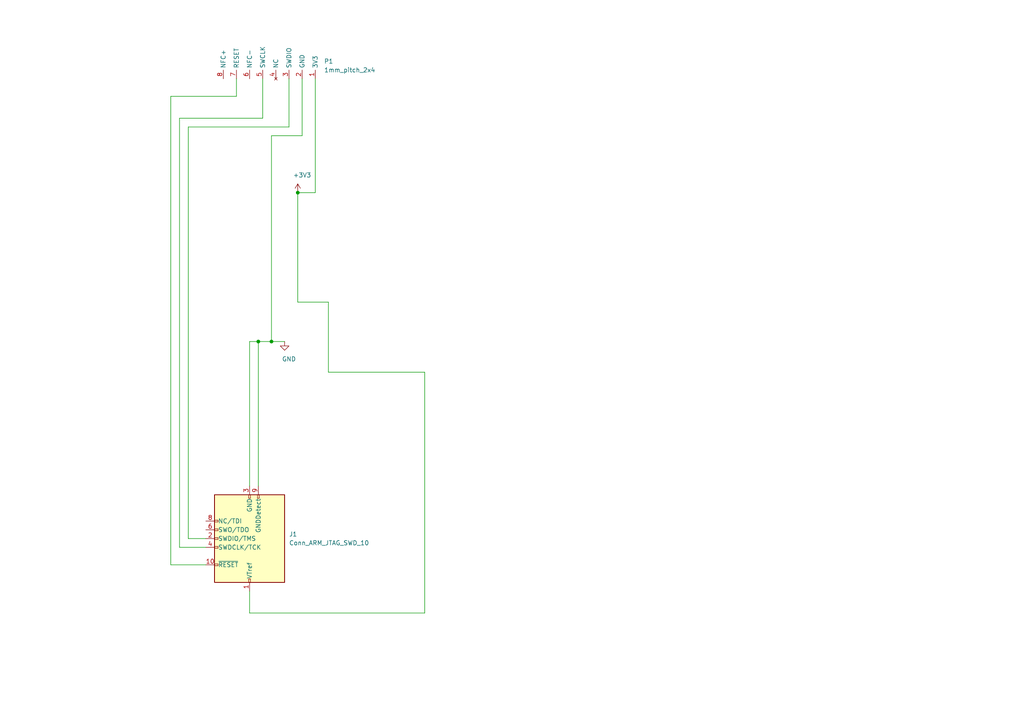
<source format=kicad_sch>
(kicad_sch (version 20210126) (generator eeschema)
  (paper "A4")
  (lib_symbols
    (symbol "Connector:Conn_ARM_JTAG_SWD_10" (pin_names (offset 1.016))
      (property "Reference" "J" (at -2.54 16.51 0))
      (property "Value" "Conn_ARM_JTAG_SWD_10" (at -2.54 13.97 0))
      (symbol "Conn_ARM_JTAG_SWD_10_0_1"
        (rectangle (start -10.16 12.7) (end 10.16 -12.7) (stroke (width 0.254)) (fill (type background)))
        (rectangle (start -2.794 -12.7) (end -2.286 -11.684))
        (rectangle (start -0.254 -12.7) (end 0.254 -11.684))
        (rectangle (start -0.254 12.7) (end 0.254 11.684))
        (rectangle (start 9.144 2.286) (end 10.16 2.794))
        (rectangle (start 10.16 -2.794) (end 9.144 -2.286))
        (rectangle (start 10.16 -0.254) (end 9.144 0.254))
        (rectangle (start 10.16 7.874) (end 9.144 7.366))
      )
      (symbol "Conn_ARM_JTAG_SWD_10_1_1"
        (rectangle (start 9.144 -5.334) (end 10.16 -4.826))
        (pin power_in line (at 0 15.24 270) (length 2.54) (name "VTref") (number "1"))
        (pin open_collector line (at 12.7 7.62 180) (length 2.54) (name "~RESET~") (number "10"))
        (pin bidirectional line (at 12.7 0 180) (length 2.54) (name "SWDIO/TMS") (number "2"))
        (pin power_in line (at 0 -15.24 90) (length 2.54) (name "GND") (number "3"))
        (pin output line (at 12.7 2.54 180) (length 2.54) (name "SWDCLK/TCK") (number "4"))
        (pin passive line (at 0 -15.24 90) (length 2.54) hide (name "GND") (number "5"))
        (pin input line (at 12.7 -2.54 180) (length 2.54) (name "SWO/TDO") (number "6"))
        (pin no_connect line (at -10.16 0 0) (length 2.54) hide (name "KEY") (number "7"))
        (pin output line (at 12.7 -5.08 180) (length 2.54) (name "NC/TDI") (number "8"))
        (pin passive line (at -2.54 -15.24 90) (length 2.54) (name "GNDDetect") (number "9"))
      )
    )
    (symbol "custom-pin:1mm_pitch_2x4"
      (property "Reference" "P" (at 0 0 0))
      (property "Value" "1mm_pitch_2x4" (at 0 0 0))
      (symbol "1mm_pitch_2x4_1_1"
        (pin power_in line (at -3.81 -3.81 0) (length 2.54) (name "3V3") (number "1"))
        (pin power_in line (at -3.81 -7.62 0) (length 2.54) (name "GND") (number "2"))
        (pin input line (at -3.81 -11.43 0) (length 2.54) (name "SWDIO") (number "3"))
        (pin no_connect line (at -3.81 -15.24 0) (length 2.54) (name "NC") (number "4"))
        (pin input line (at -3.81 -19.05 0) (length 2.54) (name "SWCLK") (number "5"))
        (pin bidirectional line (at -3.81 -22.86 0) (length 2.54) (name "NFC-") (number "6"))
        (pin input line (at -3.81 -26.67 0) (length 2.54) (name "RESET") (number "7"))
        (pin bidirectional line (at -3.81 -30.48 0) (length 2.54) (name "NFC+") (number "8"))
      )
    )
    (symbol "power:+3V3" (power) (pin_names (offset 0))
      (property "Value" "+3V3" (at 0 3.556 0))
      (symbol "+3V3_0_1"
        (polyline (pts (xy -0.762 1.27) (xy 0 2.54)))
        (polyline (pts (xy 0 0) (xy 0 2.54)))
        (polyline (pts (xy 0 2.54) (xy 0.762 1.27)))
      )
      (symbol "+3V3_1_1"
        (pin power_in line (at 0 0 90) (length 0) hide (name "+3V3") (number "1"))
      )
    )
    (symbol "power:GND" (power) (pin_names (offset 0))
      (property "Value" "GND" (at 0 -3.81 0))
      (symbol "GND_0_1"
        (polyline (pts (xy 0 0) (xy 0 -1.27) (xy 1.27 -1.27) (xy 0 -2.54) (xy -1.27 -1.27) (xy 0 -1.27)))
      )
      (symbol "GND_1_1"
        (pin power_in line (at 0 0 270) (length 0) hide (name "GND") (number "1"))
      )
    )
  )
  (junction (at 74.93 99.06) (diameter 0.9144))
  (junction (at 78.74 99.06) (diameter 0.9144))
  (junction (at 86.36 55.88) (diameter 0.9144))
  (wire (pts (xy 49.53 27.94) (xy 49.53 163.83)))
  (wire (pts (xy 49.53 27.94) (xy 68.58 27.94)))
  (wire (pts (xy 49.53 163.83) (xy 59.69 163.83)))
  (wire (pts (xy 52.07 34.29) (xy 52.07 158.75)))
  (wire (pts (xy 52.07 34.29) (xy 76.2 34.29)))
  (wire (pts (xy 52.07 158.75) (xy 59.69 158.75)))
  (wire (pts (xy 54.61 36.83) (xy 54.61 156.21)))
  (wire (pts (xy 54.61 36.83) (xy 83.82 36.83)))
  (wire (pts (xy 54.61 156.21) (xy 59.69 156.21)))
  (wire (pts (xy 68.58 27.94) (xy 68.58 22.86)))
  (wire (pts (xy 72.39 99.06) (xy 72.39 140.97)))
  (wire (pts (xy 72.39 171.45) (xy 72.39 177.8)))
  (wire (pts (xy 72.39 177.8) (xy 123.19 177.8)))
  (wire (pts (xy 74.93 99.06) (xy 72.39 99.06)))
  (wire (pts (xy 74.93 99.06) (xy 74.93 140.97)))
  (wire (pts (xy 76.2 34.29) (xy 76.2 22.86)))
  (wire (pts (xy 78.74 39.37) (xy 78.74 99.06)))
  (wire (pts (xy 78.74 39.37) (xy 87.63 39.37)))
  (wire (pts (xy 78.74 99.06) (xy 74.93 99.06)))
  (wire (pts (xy 78.74 99.06) (xy 82.55 99.06)))
  (wire (pts (xy 83.82 36.83) (xy 83.82 22.86)))
  (wire (pts (xy 86.36 55.88) (xy 86.36 87.63)))
  (wire (pts (xy 86.36 55.88) (xy 91.44 55.88)))
  (wire (pts (xy 87.63 39.37) (xy 87.63 22.86)))
  (wire (pts (xy 91.44 22.86) (xy 91.44 55.88)))
  (wire (pts (xy 95.25 87.63) (xy 86.36 87.63)))
  (wire (pts (xy 95.25 87.63) (xy 95.25 107.95)))
  (wire (pts (xy 123.19 107.95) (xy 95.25 107.95)))
  (wire (pts (xy 123.19 177.8) (xy 123.19 107.95)))
  (symbol (lib_id "power:+3V3") (at 86.36 55.88 0) (unit 1)
    (property "Reference" "#PWR0102" (effects hide))
    (property "Value" "+3V3" (at 87.63 50.8 0))
  )
  (symbol (lib_id "power:GND") (at 82.55 99.06 0) (unit 1)
    (property "Reference" "#PWR0103" (effects hide))
    (property "Value" "GND" (at 83.82 104.14 0))
  )
  (symbol (lib_id "custom-pin:1mm_pitch_2x4") (at 95.25 19.05 270) (mirror x) (unit 1)
    (property "Reference" "P1" (at 93.98 17.78 90) (effects (justify left)))
    (property "Value" "1mm_pitch_2x4" (at 93.98 20.32 90) (effects (justify left)))
    (property "Footprint" "custom-pin:pin_2x4_1mm" (effects hide))
  )
  (symbol (lib_id "Connector:Conn_ARM_JTAG_SWD_10") (at 72.39 156.21 180) (unit 1)
    (property "Reference" "J1" (at 83.82 154.94 0) (effects (justify right)))
    (property "Value" "Conn_ARM_JTAG_SWD_10" (at 83.82 157.48 0) (effects (justify right)))
    (property "Footprint" "Connector_PinSocket_1.27mm:PinSocket_2x05_P1.27mm_Vertical_SMD" (effects hide))
    (property "Datasheet" "http://infocenter.arm.com/help/topic/com.arm.doc.ddi0314h/DDI0314H_coresight_components_trm.pdf" (effects hide))
  )
)
</source>
